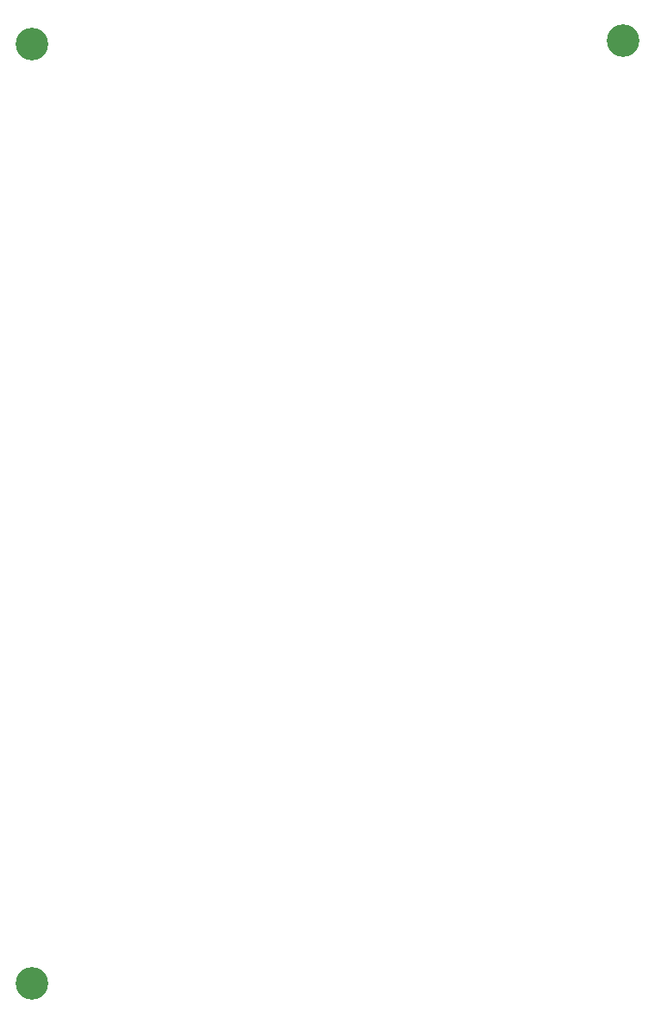
<source format=gbr>
%TF.GenerationSoftware,KiCad,Pcbnew,9.0.0*%
%TF.CreationDate,2025-03-09T11:55:31+03:00*%
%TF.ProjectId,PM_CNV-AI8_IU,504d5f43-4e56-42d4-9149-385f49552e6b,rev?*%
%TF.SameCoordinates,Original*%
%TF.FileFunction,NonPlated,1,2,NPTH,Drill*%
%TF.FilePolarity,Positive*%
%FSLAX46Y46*%
G04 Gerber Fmt 4.6, Leading zero omitted, Abs format (unit mm)*
G04 Created by KiCad (PCBNEW 9.0.0) date 2025-03-09 11:55:31*
%MOMM*%
%LPD*%
G01*
G04 APERTURE LIST*
%TA.AperFunction,ComponentDrill*%
%ADD10C,3.200000*%
%TD*%
G04 APERTURE END LIST*
D10*
%TO.C,H1*%
X-36000000Y46000000D03*
%TO.C,H3*%
X-36000000Y-46000000D03*
%TO.C,H2*%
X22000000Y46390000D03*
M02*

</source>
